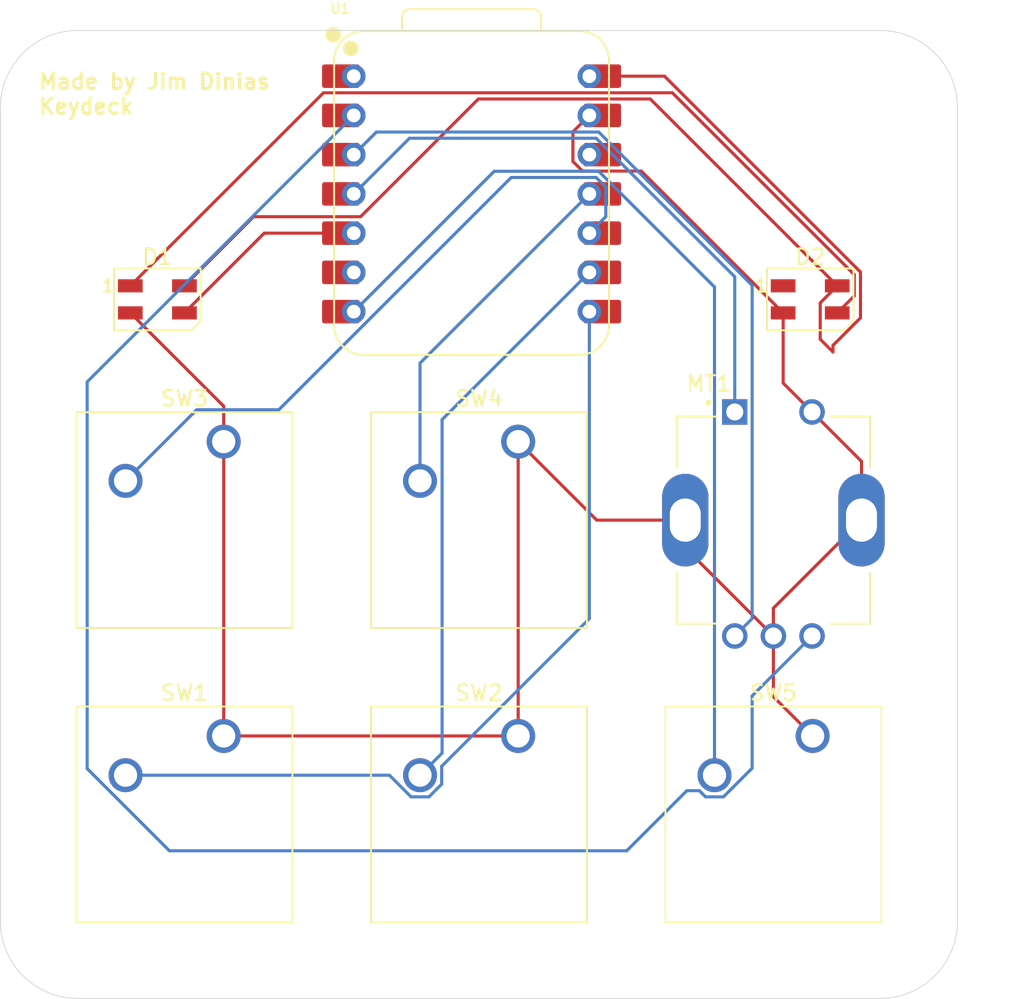
<source format=kicad_pcb>
(kicad_pcb (version 20241229) (generator "pcbnew") (generator_version "9.0")
  (layers (0 "F.Cu" signal) (2 "B.Cu" signal) (13 "F.Paste" user) (15 "B.Paste" user) (5 "F.SilkS" user "F.Silkscreen") (7 "B.SilkS" user "B.Silkscreen") (1 "F.Mask" user) (3 "B.Mask" user) (25 "Edge.Cuts" user))
  (net 0 "")
  (net 1 "GND")
  (net 2 "Net-(D1-DOUT)")
  (net 3 "Net-(D1-DIN)")
  (net 5 "Net-(U1-GPIO27{slash}ADC1{slash}A1)")
  (net 6 "Net-(U1-GPIO29{slash}ADC3{slash}A3)")
  (net 7 "Net-(U1-GPIO28{slash}ADC2{slash}A2)")
  (net 8 "Net-(U1-GPIO1{slash}RX)")
  (net 9 "Net-(U1-GPIO2{slash}SCK)")
  (net 10 "Net-(U1-GPIO4{slash}MISO)")
  (net 11 "Net-(U1-GPIO3{slash}MOSI)")
  (net 12 "Net-(U1-GPIO0{slash}TX)")
  (net 14 "+5V")
  (footprint "OPL:XIAO-RP2040-DIP" (layer "F.Cu") (at 82.8675 57.4675)
    (property "Reference" "U1" (at -8.5 -12 0) (layer "F.SilkS") (effects (font (size 0.635 0.635) (thickness 0.1016))))
    (property "Value" "XIAO-RP2040-DIP")
    (fp_line (start -8.89 8.509) (end -8.89 -8.636) (stroke (width 0.127)) (layer "F.SilkS"))
    (fp_line (start -6.985 10.414) (end 6.985 10.414) (stroke (width 0.127)) (layer "F.SilkS"))
    (fp_line (start -4.495 -10.541) (end -4.491272 -11.451272) (stroke (width 0.127)) (layer "F.SilkS"))
    (fp_line (start -3.991272 -11.951) (end 4.004 -11.951) (stroke (width 0.127)) (layer "F.SilkS"))
    (fp_line (start 4.504 -11.451) (end 4.504 -10.541) (stroke (width 0.127)) (layer "F.SilkS"))
    (fp_line (start 6.985 -10.541) (end -6.985 -10.541) (stroke (width 0.1)) (layer "F.SilkS"))
    (fp_line (start 6.985 -10.541) (end -6.985 -10.541) (stroke (width 0.127)) (layer "F.SilkS"))
    (fp_line (start 8.89 8.509) (end 8.89 -8.636) (stroke (width 0.127)) (layer "F.SilkS"))
    (fp_arc (start -8.89 -8.636) (mid -8.332038 -9.983038) (end -6.985 -10.541) (stroke (width 0.127)) (layer "F.SilkS"))
    (fp_arc (start -6.985 10.414) (mid -8.332038 9.856038) (end -8.89 8.509) (stroke (width 0.127)) (layer "F.SilkS"))
    (fp_arc (start -4.491272 -11.451272) (mid -4.344728 -11.80464) (end -3.991272 -11.951) (stroke (width 0.127)) (layer "F.SilkS"))
    (fp_arc (start 4.004 -11.951) (mid 4.357553 -11.804553) (end 4.504 -11.451) (stroke (width 0.127)) (layer "F.SilkS"))
    (fp_arc (start 6.985 -10.541) (mid 8.332038 -9.983038) (end 8.89 -8.636) (stroke (width 0.127)) (layer "F.SilkS"))
    (fp_arc (start 8.89 8.509) (mid 8.332038 9.856038) (end 6.985 10.414) (stroke (width 0.127)) (layer "F.SilkS"))
    (fp_circle (center -8.95 -10.3) (end -8.95 -10.554) (stroke (width 0.5)) (fill yes) (layer "F.SilkS"))
    (fp_circle (center -7.807 -9.42) (end -7.807 -9.674) (stroke (width 0.5)) (fill yes) (layer "F.SilkS"))
    (pad "1" smd roundrect (at -8.455 -7.62 180) (size 2.432 1.524) (layers "F.Cu" "F.Mask") (roundrect_rratio 0.1))
    (pad "1" thru_hole circle (at -7.62 -7.62 180) (size 1.524 1.524) (drill 0.889) (layers "*.Cu" "*.Mask"))
    (pad "2" smd roundrect (at -8.455 -5.08 180) (size 2.432 1.524) (layers "F.Cu" "F.Mask") (roundrect_rratio 0.1) (net 5 "Net-(U1-GPIO27{slash}ADC1{slash}A1)"))
    (pad "2" thru_hole circle (at -7.62 -5.08 180) (size 1.524 1.524) (drill 0.889) (layers "*.Cu" "*.Mask") (net 5 "Net-(U1-GPIO27{slash}ADC1{slash}A1)"))
    (pad "3" smd roundrect (at -8.455 -2.54 180) (size 2.432 1.524) (layers "F.Cu" "F.Mask") (roundrect_rratio 0.1) (net 7 "Net-(U1-GPIO28{slash}ADC2{slash}A2)"))
    (pad "3" thru_hole circle (at -7.62 -2.54 180) (size 1.524 1.524) (drill 0.889) (layers "*.Cu" "*.Mask") (net 7 "Net-(U1-GPIO28{slash}ADC2{slash}A2)"))
    (pad "4" smd roundrect (at -8.455 0 180) (size 2.432 1.524) (layers "F.Cu" "F.Mask") (roundrect_rratio 0.1) (net 6 "Net-(U1-GPIO29{slash}ADC3{slash}A3)"))
    (pad "4" thru_hole circle (at -7.62 0 180) (size 1.524 1.524) (drill 0.889) (layers "*.Cu" "*.Mask") (net 6 "Net-(U1-GPIO29{slash}ADC3{slash}A3)"))
    (pad "5" smd roundrect (at -8.455 2.54 180) (size 2.432 1.524) (layers "F.Cu" "F.Mask") (roundrect_rratio 0.1) (net 3 "Net-(D1-DIN)"))
    (pad "5" thru_hole circle (at -7.62 2.54 180) (size 1.524 1.524) (drill 0.889) (layers "*.Cu" "*.Mask") (net 3 "Net-(D1-DIN)"))
    (pad "6" smd roundrect (at -8.455 5.08 180) (size 2.432 1.524) (layers "F.Cu" "F.Mask") (roundrect_rratio 0.1))
    (pad "6" thru_hole circle (at -7.62 5.08 180) (size 1.524 1.524) (drill 0.889) (layers "*.Cu" "*.Mask"))
    (pad "7" smd roundrect (at -8.455 7.62 180) (size 2.432 1.524) (layers "F.Cu" "F.Mask") (roundrect_rratio 0.1) (net 12 "Net-(U1-GPIO0{slash}TX)"))
    (pad "7" thru_hole circle (at -7.62 7.62 180) (size 1.524 1.524) (drill 0.889) (layers "*.Cu" "*.Mask") (net 12 "Net-(U1-GPIO0{slash}TX)"))
    (pad "8" thru_hole circle (at 7.62 7.62) (size 1.524 1.524) (drill 0.889) (layers "*.Cu" "*.Mask") (net 8 "Net-(U1-GPIO1{slash}RX)"))
    (pad "8" smd roundrect (at 8.455 7.62) (size 2.432 1.524) (layers "F.Cu" "F.Mask") (roundrect_rratio 0.1) (net 8 "Net-(U1-GPIO1{slash}RX)"))
    (pad "9" thru_hole circle (at 7.62 5.08) (size 1.524 1.524) (drill 0.889) (layers "*.Cu" "*.Mask") (net 9 "Net-(U1-GPIO2{slash}SCK)"))
    (pad "9" smd roundrect (at 8.455 5.08) (size 2.432 1.524) (layers "F.Cu" "F.Mask") (roundrect_rratio 0.1) (net 9 "Net-(U1-GPIO2{slash}SCK)"))
    (pad "10" thru_hole circle (at 7.62 2.54) (size 1.524 1.524) (drill 0.889) (layers "*.Cu" "*.Mask") (net 10 "Net-(U1-GPIO4{slash}MISO)"))
    (pad "10" smd roundrect (at 8.455 2.54) (size 2.432 1.524) (layers "F.Cu" "F.Mask") (roundrect_rratio 0.1) (net 10 "Net-(U1-GPIO4{slash}MISO)"))
    (pad "11" thru_hole circle (at 7.62 0) (size 1.524 1.524) (drill 0.889) (layers "*.Cu" "*.Mask") (net 11 "Net-(U1-GPIO3{slash}MOSI)"))
    (pad "11" smd roundrect (at 8.455 0) (size 2.432 1.524) (layers "F.Cu" "F.Mask") (roundrect_rratio 0.1) (net 11 "Net-(U1-GPIO3{slash}MOSI)"))
    (pad "12" thru_hole circle (at 7.62 -2.54) (size 1.524 1.524) (drill 0.889) (layers "*.Cu" "*.Mask"))
    (pad "12" smd roundrect (at 8.455 -2.54) (size 2.432 1.524) (layers "F.Cu" "F.Mask") (roundrect_rratio 0.1))
    (pad "13" thru_hole circle (at 7.62 -5.08) (size 1.524 1.524) (drill 0.889) (layers "*.Cu" "*.Mask") (net 1 "GND"))
    (pad "13" smd roundrect (at 8.455 -5.08) (size 2.432 1.524) (layers "F.Cu" "F.Mask") (roundrect_rratio 0.1) (net 1 "GND"))
    (pad "14" thru_hole circle (at 7.62 -7.62) (size 1.524 1.524) (drill 0.889) (layers "*.Cu" "*.Mask") (net 14 "+5V"))
    (pad "14" smd roundrect (at 8.455 -7.62) (size 2.432 1.524) (layers "F.Cu" "F.Mask") (roundrect_rratio 0.1) (net 14 "+5V"))
  )
  (footprint "footprints-but-better:SW_Cherry_MX_1.00u_PCB" (layer "F.Cu") (at 66.83375 73.50125)
    (property "Reference" "SW3" (at -2.54 -2.794 0) (layer "F.SilkS"))
    (property "Value" "SW_Push")
    (fp_line (start -9.525 -1.905) (end 4.445 -1.905) (stroke (width 0.12)) (layer "F.SilkS"))
    (fp_line (start -9.525 12.065) (end -9.525 -1.905) (stroke (width 0.12)) (layer "F.SilkS"))
    (fp_line (start 4.445 -1.905) (end 4.445 12.065) (stroke (width 0.12)) (layer "F.SilkS"))
    (fp_line (start 4.445 12.065) (end -9.525 12.065) (stroke (width 0.12)) (layer "F.SilkS"))
    (pad "" np_thru_hole circle (at -7.62 5.08) (size 1.7 1.7) (drill 1.7) (layers "*.Cu" "*.Mask"))
    (pad "" np_thru_hole circle (at -2.54 5.08) (size 4 4) (drill 4) (layers "*.Cu" "*.Mask"))
    (pad "" np_thru_hole circle (at 2.54 5.08) (size 1.7 1.7) (drill 1.7) (layers "*.Cu" "*.Mask"))
    (pad "1" thru_hole circle (at 0 0) (size 2.2 2.2) (drill 1.5) (layers "*.Cu" "*.Mask") (net 1 "GND"))
    (pad "2" thru_hole circle (at -6.35 2.54) (size 2.2 2.2) (drill 1.5) (layers "*.Cu" "*.Mask") (net 10 "Net-(U1-GPIO4{slash}MISO)"))
  )
  (footprint "footprints-but-better:SW_Cherry_MX_1.00u_PCB" (layer "F.Cu") (at 66.83375 92.55125)
    (property "Reference" "SW1" (at -2.54 -2.794 0) (layer "F.SilkS"))
    (property "Value" "SW_Push")
    (fp_line (start -9.525 -1.905) (end 4.445 -1.905) (stroke (width 0.12)) (layer "F.SilkS"))
    (fp_line (start -9.525 12.065) (end -9.525 -1.905) (stroke (width 0.12)) (layer "F.SilkS"))
    (fp_line (start 4.445 -1.905) (end 4.445 12.065) (stroke (width 0.12)) (layer "F.SilkS"))
    (fp_line (start 4.445 12.065) (end -9.525 12.065) (stroke (width 0.12)) (layer "F.SilkS"))
    (pad "" np_thru_hole circle (at -7.62 5.08) (size 1.7 1.7) (drill 1.7) (layers "*.Cu" "*.Mask"))
    (pad "" np_thru_hole circle (at -2.54 5.08) (size 4 4) (drill 4) (layers "*.Cu" "*.Mask"))
    (pad "" np_thru_hole circle (at 2.54 5.08) (size 1.7 1.7) (drill 1.7) (layers "*.Cu" "*.Mask"))
    (pad "1" thru_hole circle (at 0 0) (size 2.2 2.2) (drill 1.5) (layers "*.Cu" "*.Mask") (net 1 "GND"))
    (pad "2" thru_hole circle (at -6.35 2.54) (size 2.2 2.2) (drill 1.5) (layers "*.Cu" "*.Mask") (net 8 "Net-(U1-GPIO1{slash}RX)"))
  )
  (footprint "PEC11R-4215F-S0024:XDCR_PEC11R-4215F-S0024" (layer "F.Cu") (at 102.39375 78.58125)
    (property "Reference" "MT1" (at -4.175 -8.835 0) (layer "F.SilkS"))
    (property "Value" "PEC11R-4215F-S0024")
    (fp_line (start -6.25 -6.7) (end -3.7 -6.7) (stroke (width 0.127)) (layer "F.SilkS"))
    (fp_line (start -6.25 -3.4) (end -6.25 -6.7) (stroke (width 0.127)) (layer "F.SilkS"))
    (fp_line (start -6.25 3.4) (end -6.25 6.7) (stroke (width 0.127)) (layer "F.SilkS"))
    (fp_line (start -6.25 6.7) (end -3.7 6.7) (stroke (width 0.127)) (layer "F.SilkS"))
    (fp_line (start 3.7 -6.7) (end 6.25 -6.7) (stroke (width 0.127)) (layer "F.SilkS"))
    (fp_line (start 3.7 6.7) (end 6.25 6.7) (stroke (width 0.127)) (layer "F.SilkS"))
    (fp_line (start 6.25 -6.7) (end 6.25 -3.4) (stroke (width 0.127)) (layer "F.SilkS"))
    (fp_line (start 6.25 6.7) (end 6.25 3.4) (stroke (width 0.127)) (layer "F.SilkS"))
    (fp_circle (center -4.2 -7.6) (end -4.1 -7.6) (stroke (width 0.2)) (fill no) (layer "F.SilkS"))
    (pad "1" thru_hole rect (at -2.5 -7) (size 1.65 1.65) (drill 1.1) (layers "*.Cu" "*.Mask") (net 6 "Net-(U1-GPIO29{slash}ADC3{slash}A3)"))
    (pad "2" thru_hole circle (at 2.5 -7) (size 1.65 1.65) (drill 1.1) (layers "*.Cu" "*.Mask") (net 1 "GND"))
    (pad "A" thru_hole circle (at -2.5 7.5) (size 1.65 1.65) (drill 1.1) (layers "*.Cu" "*.Mask") (net 7 "Net-(U1-GPIO28{slash}ADC2{slash}A2)"))
    (pad "B" thru_hole circle (at 2.5 7.5) (size 1.65 1.65) (drill 1.1) (layers "*.Cu" "*.Mask") (net 5 "Net-(U1-GPIO27{slash}ADC1{slash}A1)"))
    (pad "COM" thru_hole circle (at 0 7.5) (size 1.65 1.65) (drill 1.1) (layers "*.Cu" "*.Mask") (net 1 "GND"))
    (pad "S1" thru_hole oval (at -5.7 0) (size 3 6) (drill oval 2 2.8) (layers "*.Cu" "*.Mask") (net 1 "GND"))
    (pad "S2" thru_hole oval (at 5.7 0) (size 3 6) (drill oval 2 2.8) (layers "*.Cu" "*.Mask") (net 1 "GND"))
  )
  (footprint "footprints-but-better:LED_SK6812MINI_PLCC4_3.5x3.5mm_P1.75mm" (layer "F.Cu") (at 62.54375 64.29375)
    (property "Reference" "D1" (at 0 -2.75 0) (layer "F.SilkS"))
    (property "Value" "SK6812MINI")
    (fp_line (start -2.8 -2) (end -2.8 2) (stroke (width 0.12)) (layer "F.SilkS"))
    (fp_line (start -2.8 -2) (end 2.8 -2) (stroke (width 0.12)) (layer "F.SilkS"))
    (fp_line (start -2.8 2) (end 2.2 2) (stroke (width 0.12)) (layer "F.SilkS"))
    (fp_line (start 2.8 1.4) (end 2.2 2) (stroke (width 0.12)) (layer "F.SilkS"))
    (fp_line (start 2.8 1.4) (end 2.8 -2) (stroke (width 0.12)) (layer "F.SilkS"))
    (fp_text user "1" (at -3.2 -0.875 0) (layer "F.SilkS") (effects (font (size 0.8 0.8))))
    (pad "1" smd rect (at -1.75 -0.875) (size 1.6 0.85) (layers "F.Cu" "F.Mask" "F.Paste") (net 2 "Net-(D1-DOUT)"))
    (pad "2" smd rect (at -1.75 0.875) (size 1.6 0.85) (layers "F.Cu" "F.Mask" "F.Paste") (net 1 "GND"))
    (pad "3" smd rect (at 1.75 0.875) (size 1.6 0.85) (layers "F.Cu" "F.Mask" "F.Paste") (net 3 "Net-(D1-DIN)"))
    (pad "4" smd rect (at 1.75 -0.875) (size 1.6 0.85) (layers "F.Cu" "F.Mask" "F.Paste") (net 14 "+5V"))
  )
  (footprint "footprints-but-better:LED_SK6812MINI_PLCC4_3.5x3.5mm_P1.75mm" (layer "F.Cu") (at 104.775 64.29375)
    (property "Reference" "D2" (at 0 -2.75 0) (layer "F.SilkS"))
    (property "Value" "SK6812MINI")
    (fp_line (start -2.8 -2) (end -2.8 2) (stroke (width 0.12)) (layer "F.SilkS"))
    (fp_line (start -2.8 -2) (end 2.8 -2) (stroke (width 0.12)) (layer "F.SilkS"))
    (fp_line (start -2.8 2) (end 2.2 2) (stroke (width 0.12)) (layer "F.SilkS"))
    (fp_line (start 2.8 1.4) (end 2.2 2) (stroke (width 0.12)) (layer "F.SilkS"))
    (fp_line (start 2.8 1.4) (end 2.8 -2) (stroke (width 0.12)) (layer "F.SilkS"))
    (fp_text user "1" (at -3.2 -0.875 0) (layer "F.SilkS") (effects (font (size 0.8 0.8))))
    (pad "1" smd rect (at -1.75 -0.875) (size 1.6 0.85) (layers "F.Cu" "F.Mask" "F.Paste"))
    (pad "2" smd rect (at -1.75 0.875) (size 1.6 0.85) (layers "F.Cu" "F.Mask" "F.Paste") (net 1 "GND"))
    (pad "3" smd rect (at 1.75 0.875) (size 1.6 0.85) (layers "F.Cu" "F.Mask" "F.Paste") (net 2 "Net-(D1-DOUT)"))
    (pad "4" smd rect (at 1.75 -0.875) (size 1.6 0.85) (layers "F.Cu" "F.Mask" "F.Paste") (net 14 "+5V"))
  )
  (footprint "footprints-but-better:SW_Cherry_MX_1.00u_PCB" (layer "F.Cu") (at 104.93375 92.55125)
    (property "Reference" "SW5" (at -2.54 -2.794 0) (layer "F.SilkS"))
    (property "Value" "SW_Push")
    (fp_line (start -9.525 -1.905) (end 4.445 -1.905) (stroke (width 0.12)) (layer "F.SilkS"))
    (fp_line (start -9.525 12.065) (end -9.525 -1.905) (stroke (width 0.12)) (layer "F.SilkS"))
    (fp_line (start 4.445 -1.905) (end 4.445 12.065) (stroke (width 0.12)) (layer "F.SilkS"))
    (fp_line (start 4.445 12.065) (end -9.525 12.065) (stroke (width 0.12)) (layer "F.SilkS"))
    (pad "" np_thru_hole circle (at -7.62 5.08) (size 1.7 1.7) (drill 1.7) (layers "*.Cu" "*.Mask"))
    (pad "" np_thru_hole circle (at -2.54 5.08) (size 4 4) (drill 4) (layers "*.Cu" "*.Mask"))
    (pad "" np_thru_hole circle (at 2.54 5.08) (size 1.7 1.7) (drill 1.7) (layers "*.Cu" "*.Mask"))
    (pad "1" thru_hole circle (at 0 0) (size 2.2 2.2) (drill 1.5) (layers "*.Cu" "*.Mask") (net 1 "GND"))
    (pad "2" thru_hole circle (at -6.35 2.54) (size 2.2 2.2) (drill 1.5) (layers "*.Cu" "*.Mask") (net 12 "Net-(U1-GPIO0{slash}TX)"))
  )
  (footprint "footprints-but-better:SW_Cherry_MX_1.00u_PCB" (layer "F.Cu") (at 85.88375 73.50125)
    (property "Reference" "SW4" (at -2.54 -2.794 0) (layer "F.SilkS"))
    (property "Value" "SW_Push")
    (fp_line (start -9.525 -1.905) (end 4.445 -1.905) (stroke (width 0.12)) (layer "F.SilkS"))
    (fp_line (start -9.525 12.065) (end -9.525 -1.905) (stroke (width 0.12)) (layer "F.SilkS"))
    (fp_line (start 4.445 -1.905) (end 4.445 12.065) (stroke (width 0.12)) (layer "F.SilkS"))
    (fp_line (start 4.445 12.065) (end -9.525 12.065) (stroke (width 0.12)) (layer "F.SilkS"))
    (pad "" np_thru_hole circle (at -7.62 5.08) (size 1.7 1.7) (drill 1.7) (layers "*.Cu" "*.Mask"))
    (pad "" np_thru_hole circle (at -2.54 5.08) (size 4 4) (drill 4) (layers "*.Cu" "*.Mask"))
    (pad "" np_thru_hole circle (at 2.54 5.08) (size 1.7 1.7) (drill 1.7) (layers "*.Cu" "*.Mask"))
    (pad "1" thru_hole circle (at 0 0) (size 2.2 2.2) (drill 1.5) (layers "*.Cu" "*.Mask") (net 1 "GND"))
    (pad "2" thru_hole circle (at -6.35 2.54) (size 2.2 2.2) (drill 1.5) (layers "*.Cu" "*.Mask") (net 11 "Net-(U1-GPIO3{slash}MOSI)"))
  )
  (footprint "footprints-but-better:SW_Cherry_MX_1.00u_PCB" (layer "F.Cu") (at 85.88375 92.55125)
    (property "Reference" "SW2" (at -2.54 -2.794 0) (layer "F.SilkS"))
    (property "Value" "SW_Push")
    (fp_line (start -9.525 -1.905) (end 4.445 -1.905) (stroke (width 0.12)) (layer "F.SilkS"))
    (fp_line (start -9.525 12.065) (end -9.525 -1.905) (stroke (width 0.12)) (layer "F.SilkS"))
    (fp_line (start 4.445 -1.905) (end 4.445 12.065) (stroke (width 0.12)) (layer "F.SilkS"))
    (fp_line (start 4.445 12.065) (end -9.525 12.065) (stroke (width 0.12)) (layer "F.SilkS"))
    (pad "" np_thru_hole circle (at -7.62 5.08) (size 1.7 1.7) (drill 1.7) (layers "*.Cu" "*.Mask"))
    (pad "" np_thru_hole circle (at -2.54 5.08) (size 4 4) (drill 4) (layers "*.Cu" "*.Mask"))
    (pad "" np_thru_hole circle (at 2.54 5.08) (size 1.7 1.7) (drill 1.7) (layers "*.Cu" "*.Mask"))
    (pad "1" thru_hole circle (at 0 0) (size 2.2 2.2) (drill 1.5) (layers "*.Cu" "*.Mask") (net 1 "GND"))
    (pad "2" thru_hole circle (at -6.35 2.54) (size 2.2 2.2) (drill 1.5) (layers "*.Cu" "*.Mask") (net 9 "Net-(U1-GPIO2{slash}SCK)"))
  )
  (gr_arc (start 57.3875 109.5375) (mid 53.851966 108.073034) (end 52.3875 104.5375) (stroke (width 0.05)) (layer "Edge.Cuts"))
  (gr_line (start 109.3 109.5375) (end 57.3875 109.5375) (stroke (width 0.05)) (layer "Edge.Cuts"))
  (gr_line (start 114.3 51.890239) (end 114.3 104.5375) (stroke (width 0.05)) (layer "Edge.Cuts"))
  (gr_line (start 52.3875 104.5375) (end 52.3875 51.890239) (stroke (width 0.05)) (layer "Edge.Cuts"))
  (gr_arc (start 109.3 46.890239) (mid 112.835534 48.354705) (end 114.3 51.890239) (stroke (width 0.05)) (layer "Edge.Cuts"))
  (gr_arc (start 52.3875 51.890239) (mid 53.851952 48.35468) (end 57.3875 46.890239) (stroke (width 0.05)) (layer "Edge.Cuts"))
  (gr_line (start 57.3875 46.890239) (end 109.3 46.890239) (stroke (width 0.05)) (layer "Edge.Cuts"))
  (gr_arc (start 114.3 104.5375) (mid 112.835534 108.073034) (end 109.3 109.5375) (stroke (width 0.05)) (layer "Edge.Cuts"))
  (gr_text "Made by Jim Dinias\nKeydeck" (at 54.76875 52.3875 0) (layer "F.SilkS") (effects (font (size 1 1) (thickness 0.2) (bold yes)) (justify left bottom)))
  (segment (start 85.88375 92.55125) (end 66.83375 92.55125) (width 0.2) (layer "F.Cu") (net 1))
  (segment (start 103.025 65.16875) (end 103.025 69.7125) (width 0.2) (layer "F.Cu") (net 1))
  (segment (start 96.69375 78.58125) (end 90.96375 78.58125) (width 0.2) (layer "F.Cu") (net 1))
  (segment (start 104.89375 71.58125) (end 108.09375 74.78125) (width 0.2) (layer "F.Cu") (net 1))
  (segment (start 66.83375 92.55125) (end 66.83375 73.50125) (width 0.2) (layer "F.Cu") (net 1))
  (segment (start 66.83375 73.50125) (end 66.83375 71.20875) (width 0.2) (layer "F.Cu") (net 1))
  (segment (start 90.96375 78.58125) (end 85.88375 73.50125) (width 0.2) (layer "F.Cu") (net 1))
  (segment (start 108.09375 74.78125) (end 108.09375 78.58125) (width 0.2) (layer "F.Cu") (net 1))
  (segment (start 66.83375 71.20875) (end 60.79375 65.16875) (width 0.2) (layer "F.Cu") (net 1))
  (segment (start 103.025 69.7125) (end 104.89375 71.58125) (width 0.2) (layer "F.Cu") (net 1))
  (segment (start 102.39375 84.28125) (end 102.39375 86.08125) (width 0.2) (layer "F.Cu") (net 1))
  (segment (start 89.4245 55.36781) (end 90.04719 55.9905) (width 0.2) (layer "F.Cu") (net 1))
  (segment (start 89.4245 53.4505) (end 89.4245 55.36781) (width 0.2) (layer "F.Cu") (net 1))
  (segment (start 102.39375 90.01125) (end 104.93375 92.55125) (width 0.2) (layer "F.Cu") (net 1))
  (segment (start 90.04719 55.9905) (end 93.84675 55.9905) (width 0.2) (layer "F.Cu") (net 1))
  (segment (start 102.39375 86.08125) (end 96.69375 80.38125) (width 0.2) (layer "F.Cu") (net 1))
  (segment (start 93.84675 55.9905) (end 103.025 65.16875) (width 0.2) (layer "F.Cu") (net 1))
  (segment (start 85.88375 73.50125) (end 85.88375 92.55125) (width 0.2) (layer "F.Cu") (net 1))
  (segment (start 96.69375 80.38125) (end 96.69375 78.58125) (width 0.2) (layer "F.Cu") (net 1))
  (segment (start 102.39375 86.08125) (end 102.39375 90.01125) (width 0.2) (layer "F.Cu") (net 1))
  (segment (start 90.4875 52.3875) (end 89.4245 53.4505) (width 0.2) (layer "F.Cu") (net 1))
  (segment (start 108.09375 78.58125) (end 102.39375 84.28125) (width 0.2) (layer "F.Cu") (net 1))
  (segment (start 60.79375 63.41875) (end 73.289 50.9235) (width 0.2) (layer "F.Cu") (net 2))
  (segment (start 107.626 64.06775) (end 106.525 65.16875) (width 0.2) (layer "F.Cu") (net 2))
  (segment (start 73.289 50.9235) (end 95.85675 50.9235) (width 0.2) (layer "F.Cu") (net 2))
  (segment (start 107.626 62.69275) (end 107.626 64.06775) (width 0.2) (layer "F.Cu") (net 2))
  (segment (start 95.85675 50.9235) (end 107.626 62.69275) (width 0.2) (layer "F.Cu") (net 2))
  (segment (start 75.2475 60.0075) (end 69.455 60.0075) (width 0.2) (layer "F.Cu") (net 3))
  (segment (start 69.455 60.0075) (end 64.29375 65.16875) (width 0.2) (layer "F.Cu") (net 3))
  (segment (start 101.01975 94.636564) (end 99.164064 96.49225) (width 0.2) (layer "B.Cu") (net 5))
  (segment (start 97.605593 96.094407) (end 96.794407 96.094407) (width 0.2) (layer "B.Cu") (net 5))
  (segment (start 104.89375 86.08125) (end 101.01975 89.95525) (width 0.2) (layer "B.Cu") (net 5))
  (segment (start 92.906564 99.98225) (end 63.319934 99.98225) (width 0.2) (layer "B.Cu") (net 5))
  (segment (start 58 69.635) (end 75.2475 52.3875) (width 0.2) (layer "B.Cu") (net 5))
  (segment (start 96.794407 96.094407) (end 92.906564 99.98225) (width 0.2) (layer "B.Cu") (net 5))
  (segment (start 99.164064 96.49225) (end 98.003436 96.49225) (width 0.2) (layer "B.Cu") (net 5))
  (segment (start 63.319934 99.98225) (end 58 94.662316) (width 0.2) (layer "B.Cu") (net 5))
  (segment (start 101.01975 89.95525) (end 101.01975 94.636564) (width 0.2) (layer "B.Cu") (net 5))
  (segment (start 58 94.662316) (end 58 69.635) (width 0.2) (layer "B.Cu") (net 5))
  (segment (start 98.003436 96.49225) (end 97.605593 96.094407) (width 0.2) (layer "B.Cu") (net 5))
  (segment (start 75.2475 57.4675) (end 78.8505 53.8645) (width 0.2) (layer "B.Cu") (net 6))
  (segment (start 90.92781 53.8645) (end 99.89375 62.83044) (width 0.2) (layer "B.Cu") (net 6))
  (segment (start 99.89375 62.83044) (end 99.89375 71.58125) (width 0.2) (layer "B.Cu") (net 6))
  (segment (start 78.8505 53.8645) (end 90.92781 53.8645) (width 0.2) (layer "B.Cu") (net 6))
  (segment (start 76.7115 53.4635) (end 91.09391 53.4635) (width 0.2) (layer "B.Cu") (net 7))
  (segment (start 91.09391 53.4635) (end 101.01975 63.38934) (width 0.2) (layer "B.Cu") (net 7))
  (segment (start 101.01975 84.95525) (end 99.89375 86.08125) (width 0.2) (layer "B.Cu") (net 7))
  (segment (start 75.2475 54.9275) (end 76.7115 53.4635) (width 0.2) (layer "B.Cu") (net 7))
  (segment (start 101.01975 63.38934) (end 101.01975 84.95525) (width 0.2) (layer "B.Cu") (net 7))
  (segment (start 80.114064 96.49225) (end 78.953436 96.49225) (width 0.2) (layer "B.Cu") (net 8))
  (segment (start 78.953436 96.49225) (end 77.552436 95.09125) (width 0.2) (layer "B.Cu") (net 8))
  (segment (start 90.4875 84.958186) (end 80.93475 94.510936) (width 0.2) (layer "B.Cu") (net 8))
  (segment (start 80.93475 94.510936) (end 80.93475 95.671564) (width 0.2) (layer "B.Cu") (net 8))
  (segment (start 90.4875 65.0875) (end 90.4875 84.958186) (width 0.2) (layer "B.Cu") (net 8))
  (segment (start 80.93475 95.671564) (end 80.114064 96.49225) (width 0.2) (layer "B.Cu") (net 8))
  (segment (start 77.552436 95.09125) (end 60.48375 95.09125) (width 0.2) (layer "B.Cu") (net 8))
  (segment (start 80.9625 93.6625) (end 79.53375 95.09125) (width 0.2) (layer "B.Cu") (net 9))
  (segment (start 90.4875 62.5475) (end 80.9625 72.0725) (width 0.2) (layer "B.Cu") (net 9))
  (segment (start 80.9625 72.0725) (end 80.9625 93.6625) (width 0.2) (layer "B.Cu") (net 9))
  (segment (start 65.0875 71.4375) (end 60.48375 76.04125) (width 0.2) (layer "B.Cu") (net 10))
  (segment (start 90.4875 60.0075) (end 91.5505 58.9445) (width 0.2) (layer "B.Cu") (net 10))
  (segment (start 90.92781 56.4045) (end 85.43381 56.4045) (width 0.2) (layer "B.Cu") (net 10))
  (segment (start 85.43381 56.4045) (end 70.40081 71.4375) (width 0.2) (layer "B.Cu") (net 10))
  (segment (start 70.40081 71.4375) (end 65.0875 71.4375) (width 0.2) (layer "B.Cu") (net 10))
  (segment (start 91.5505 57.02719) (end 90.92781 56.4045) (width 0.2) (layer "B.Cu") (net 10))
  (segment (start 91.5505 58.9445) (end 91.5505 57.02719) (width 0.2) (layer "B.Cu") (net 10))
  (segment (start 90.4875 57.4675) (end 79.53375 68.42125) (width 0.2) (layer "B.Cu") (net 11))
  (segment (start 79.53375 68.42125) (end 79.53375 76.04125) (width 0.2) (layer "B.Cu") (net 11))
  (segment (start 98.58375 63.49334) (end 98.58375 95.09125) (width 0.2) (layer "B.Cu") (net 12))
  (segment (start 75.2475 65.0875) (end 84.3315 56.0035) (width 0.2) (layer "B.Cu") (net 12))
  (segment (start 84.3315 56.0035) (end 91.09391 56.0035) (width 0.2) (layer "B.Cu") (net 12))
  (segment (start 91.09391 56.0035) (end 98.58375 63.49334) (width 0.2) (layer "B.Cu") (net 12))
  (segment (start 106.525 63.41875) (end 94.43075 51.3245) (width 0.2) (layer "F.Cu") (net 14))
  (segment (start 108.027 65.49375) (end 108.027 62.52665) (width 0.2) (layer "F.Cu") (net 14))
  (segment (start 75.68781 58.9445) (end 68.768 58.9445) (width 0.2) (layer "F.Cu") (net 14))
  (segment (start 94.43075 51.3245) (end 83.30781 51.3245) (width 0.2) (layer "F.Cu") (net 14))
  (segment (start 105.424 66.876) (end 106.248 67.7) (width 0.2) (layer "F.Cu") (net 14))
  (segment (start 106.248 67.7) (end 106.248 67.27275) (width 0.2) (layer "F.Cu") (net 14))
  (segment (start 108.027 62.52665) (end 95.34785 49.8475) (width 0.2) (layer "F.Cu") (net 14))
  (segment (start 95.34785 49.8475) (end 90.4875 49.8475) (width 0.2) (layer "F.Cu") (net 14))
  (segment (start 68.768 58.9445) (end 64.29375 63.41875) (width 0.2) (layer "F.Cu") (net 14))
  (segment (start 106.248 67.27275) (end 108.027 65.49375) (width 0.2) (layer "F.Cu") (net 14))
  (segment (start 105.424 64.51975) (end 105.424 66.876) (width 0.2) (layer "F.Cu") (net 14))
  (segment (start 83.30781 51.3245) (end 75.68781 58.9445) (width 0.2) (layer "F.Cu") (net 14))
  (segment (start 106.525 63.41875) (end 105.424 64.51975) (width 0.2) (layer "F.Cu") (net 14))
)
</source>
